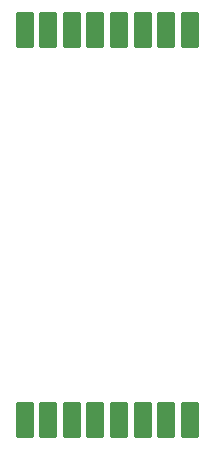
<source format=gbp>
%FSLAX25Y25*%
%MOIN*%
G70*
G01*
G75*
G04 Layer_Color=128*
%ADD10C,0.03937*%
G04:AMPARAMS|DCode=11|XSize=19.69mil|YSize=31.5mil|CornerRadius=0.98mil|HoleSize=0mil|Usage=FLASHONLY|Rotation=180.000|XOffset=0mil|YOffset=0mil|HoleType=Round|Shape=RoundedRectangle|*
%AMROUNDEDRECTD11*
21,1,0.01969,0.02953,0,0,180.0*
21,1,0.01772,0.03150,0,0,180.0*
1,1,0.00197,-0.00886,0.01476*
1,1,0.00197,0.00886,0.01476*
1,1,0.00197,0.00886,-0.01476*
1,1,0.00197,-0.00886,-0.01476*
%
%ADD11ROUNDEDRECTD11*%
G04:AMPARAMS|DCode=12|XSize=35.43mil|YSize=39.37mil|CornerRadius=1.77mil|HoleSize=0mil|Usage=FLASHONLY|Rotation=270.000|XOffset=0mil|YOffset=0mil|HoleType=Round|Shape=RoundedRectangle|*
%AMROUNDEDRECTD12*
21,1,0.03543,0.03583,0,0,270.0*
21,1,0.03189,0.03937,0,0,270.0*
1,1,0.00354,-0.01791,-0.01595*
1,1,0.00354,-0.01791,0.01595*
1,1,0.00354,0.01791,0.01595*
1,1,0.00354,0.01791,-0.01595*
%
%ADD12ROUNDEDRECTD12*%
G04:AMPARAMS|DCode=13|XSize=19.69mil|YSize=23.62mil|CornerRadius=0.98mil|HoleSize=0mil|Usage=FLASHONLY|Rotation=0.000|XOffset=0mil|YOffset=0mil|HoleType=Round|Shape=RoundedRectangle|*
%AMROUNDEDRECTD13*
21,1,0.01969,0.02165,0,0,0.0*
21,1,0.01772,0.02362,0,0,0.0*
1,1,0.00197,0.00886,-0.01083*
1,1,0.00197,-0.00886,-0.01083*
1,1,0.00197,-0.00886,0.01083*
1,1,0.00197,0.00886,0.01083*
%
%ADD13ROUNDEDRECTD13*%
G04:AMPARAMS|DCode=14|XSize=47.24mil|YSize=70.87mil|CornerRadius=4.72mil|HoleSize=0mil|Usage=FLASHONLY|Rotation=270.000|XOffset=0mil|YOffset=0mil|HoleType=Round|Shape=RoundedRectangle|*
%AMROUNDEDRECTD14*
21,1,0.04724,0.06142,0,0,270.0*
21,1,0.03780,0.07087,0,0,270.0*
1,1,0.00945,-0.03071,-0.01890*
1,1,0.00945,-0.03071,0.01890*
1,1,0.00945,0.03071,0.01890*
1,1,0.00945,0.03071,-0.01890*
%
%ADD14ROUNDEDRECTD14*%
G04:AMPARAMS|DCode=15|XSize=196.85mil|YSize=78.74mil|CornerRadius=3.94mil|HoleSize=0mil|Usage=FLASHONLY|Rotation=270.000|XOffset=0mil|YOffset=0mil|HoleType=Round|Shape=RoundedRectangle|*
%AMROUNDEDRECTD15*
21,1,0.19685,0.07087,0,0,270.0*
21,1,0.18898,0.07874,0,0,270.0*
1,1,0.00787,-0.03543,-0.09449*
1,1,0.00787,-0.03543,0.09449*
1,1,0.00787,0.03543,0.09449*
1,1,0.00787,0.03543,-0.09449*
%
%ADD15ROUNDEDRECTD15*%
%ADD16C,0.01969*%
%ADD17R,0.05906X0.05906*%
%ADD18C,0.05906*%
%ADD19R,0.05906X0.05906*%
%ADD20C,0.17500*%
%ADD21C,0.05000*%
G04:AMPARAMS|DCode=22|XSize=196.85mil|YSize=39.37mil|CornerRadius=1.97mil|HoleSize=0mil|Usage=FLASHONLY|Rotation=270.000|XOffset=0mil|YOffset=0mil|HoleType=Round|Shape=RoundedRectangle|*
%AMROUNDEDRECTD22*
21,1,0.19685,0.03543,0,0,270.0*
21,1,0.19291,0.03937,0,0,270.0*
1,1,0.00394,-0.01772,-0.09646*
1,1,0.00394,-0.01772,0.09646*
1,1,0.00394,0.01772,0.09646*
1,1,0.00394,0.01772,-0.09646*
%
%ADD22ROUNDEDRECTD22*%
G04:AMPARAMS|DCode=23|XSize=118.11mil|YSize=59.06mil|CornerRadius=2.95mil|HoleSize=0mil|Usage=FLASHONLY|Rotation=270.000|XOffset=0mil|YOffset=0mil|HoleType=Round|Shape=RoundedRectangle|*
%AMROUNDEDRECTD23*
21,1,0.11811,0.05315,0,0,270.0*
21,1,0.11221,0.05906,0,0,270.0*
1,1,0.00591,-0.02658,-0.05610*
1,1,0.00591,-0.02658,0.05610*
1,1,0.00591,0.02658,0.05610*
1,1,0.00591,0.02658,-0.05610*
%
%ADD23ROUNDEDRECTD23*%
%ADD24C,0.01575*%
%ADD25C,0.00787*%
%ADD26C,0.00394*%
%ADD27C,0.00492*%
%ADD28C,0.00100*%
%ADD29C,0.01000*%
G04:AMPARAMS|DCode=30|XSize=27.56mil|YSize=39.37mil|CornerRadius=4.92mil|HoleSize=0mil|Usage=FLASHONLY|Rotation=180.000|XOffset=0mil|YOffset=0mil|HoleType=Round|Shape=RoundedRectangle|*
%AMROUNDEDRECTD30*
21,1,0.02756,0.02953,0,0,180.0*
21,1,0.01772,0.03937,0,0,180.0*
1,1,0.00984,-0.00886,0.01476*
1,1,0.00984,0.00886,0.01476*
1,1,0.00984,0.00886,-0.01476*
1,1,0.00984,-0.00886,-0.01476*
%
%ADD30ROUNDEDRECTD30*%
G04:AMPARAMS|DCode=31|XSize=41.34mil|YSize=45.28mil|CornerRadius=4.72mil|HoleSize=0mil|Usage=FLASHONLY|Rotation=270.000|XOffset=0mil|YOffset=0mil|HoleType=Round|Shape=RoundedRectangle|*
%AMROUNDEDRECTD31*
21,1,0.04134,0.03583,0,0,270.0*
21,1,0.03189,0.04528,0,0,270.0*
1,1,0.00945,-0.01791,-0.01595*
1,1,0.00945,-0.01791,0.01595*
1,1,0.00945,0.01791,0.01595*
1,1,0.00945,0.01791,-0.01595*
%
%ADD31ROUNDEDRECTD31*%
G04:AMPARAMS|DCode=32|XSize=25.59mil|YSize=29.53mil|CornerRadius=3.94mil|HoleSize=0mil|Usage=FLASHONLY|Rotation=0.000|XOffset=0mil|YOffset=0mil|HoleType=Round|Shape=RoundedRectangle|*
%AMROUNDEDRECTD32*
21,1,0.02559,0.02165,0,0,0.0*
21,1,0.01772,0.02953,0,0,0.0*
1,1,0.00787,0.00886,-0.01083*
1,1,0.00787,-0.00886,-0.01083*
1,1,0.00787,-0.00886,0.01083*
1,1,0.00787,0.00886,0.01083*
%
%ADD32ROUNDEDRECTD32*%
G04:AMPARAMS|DCode=33|XSize=53.15mil|YSize=76.77mil|CornerRadius=7.68mil|HoleSize=0mil|Usage=FLASHONLY|Rotation=270.000|XOffset=0mil|YOffset=0mil|HoleType=Round|Shape=RoundedRectangle|*
%AMROUNDEDRECTD33*
21,1,0.05315,0.06142,0,0,270.0*
21,1,0.03780,0.07677,0,0,270.0*
1,1,0.01535,-0.03071,-0.01890*
1,1,0.01535,-0.03071,0.01890*
1,1,0.01535,0.03071,0.01890*
1,1,0.01535,0.03071,-0.01890*
%
%ADD33ROUNDEDRECTD33*%
G04:AMPARAMS|DCode=34|XSize=202.76mil|YSize=84.65mil|CornerRadius=6.89mil|HoleSize=0mil|Usage=FLASHONLY|Rotation=270.000|XOffset=0mil|YOffset=0mil|HoleType=Round|Shape=RoundedRectangle|*
%AMROUNDEDRECTD34*
21,1,0.20276,0.07087,0,0,270.0*
21,1,0.18898,0.08465,0,0,270.0*
1,1,0.01378,-0.03543,-0.09449*
1,1,0.01378,-0.03543,0.09449*
1,1,0.01378,0.03543,0.09449*
1,1,0.01378,0.03543,-0.09449*
%
%ADD34ROUNDEDRECTD34*%
%ADD35R,0.06706X0.06706*%
%ADD36C,0.06706*%
%ADD37R,0.06706X0.06706*%
%ADD38C,0.18300*%
%ADD39C,0.05800*%
G04:AMPARAMS|DCode=40|XSize=202.76mil|YSize=45.28mil|CornerRadius=4.92mil|HoleSize=0mil|Usage=FLASHONLY|Rotation=270.000|XOffset=0mil|YOffset=0mil|HoleType=Round|Shape=RoundedRectangle|*
%AMROUNDEDRECTD40*
21,1,0.20276,0.03543,0,0,270.0*
21,1,0.19291,0.04528,0,0,270.0*
1,1,0.00984,-0.01772,-0.09646*
1,1,0.00984,-0.01772,0.09646*
1,1,0.00984,0.01772,0.09646*
1,1,0.00984,0.01772,-0.09646*
%
%ADD40ROUNDEDRECTD40*%
G04:AMPARAMS|DCode=41|XSize=124.02mil|YSize=64.96mil|CornerRadius=5.91mil|HoleSize=0mil|Usage=FLASHONLY|Rotation=270.000|XOffset=0mil|YOffset=0mil|HoleType=Round|Shape=RoundedRectangle|*
%AMROUNDEDRECTD41*
21,1,0.12402,0.05315,0,0,270.0*
21,1,0.11221,0.06496,0,0,270.0*
1,1,0.01181,-0.02658,-0.05610*
1,1,0.01181,-0.02658,0.05610*
1,1,0.01181,0.02658,0.05610*
1,1,0.01181,0.02658,-0.05610*
%
%ADD41ROUNDEDRECTD41*%
D23*
X96063Y152961D02*
D03*
X72441Y23039D02*
D03*
X80315D02*
D03*
X88189D02*
D03*
X96063D02*
D03*
X127559D02*
D03*
X119685D02*
D03*
X111811D02*
D03*
X103937D02*
D03*
X103937Y152961D02*
D03*
X111811D02*
D03*
X119685D02*
D03*
X127559D02*
D03*
X88189D02*
D03*
X80315D02*
D03*
X72441D02*
D03*
M02*

</source>
